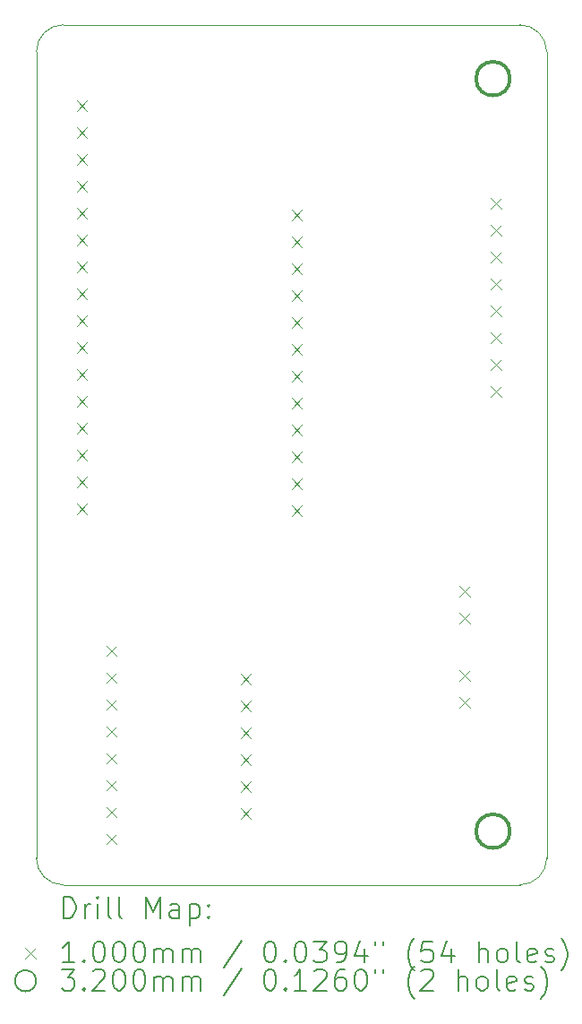
<source format=gbr>
%TF.GenerationSoftware,KiCad,Pcbnew,8.0.3*%
%TF.CreationDate,2024-07-09T13:00:23-04:00*%
%TF.ProjectId,PCB,5043422e-6b69-4636-9164-5f7063625858,rev?*%
%TF.SameCoordinates,Original*%
%TF.FileFunction,Drillmap*%
%TF.FilePolarity,Positive*%
%FSLAX45Y45*%
G04 Gerber Fmt 4.5, Leading zero omitted, Abs format (unit mm)*
G04 Created by KiCad (PCBNEW 8.0.3) date 2024-07-09 13:00:23*
%MOMM*%
%LPD*%
G01*
G04 APERTURE LIST*
%ADD10C,0.050000*%
%ADD11C,0.200000*%
%ADD12C,0.100000*%
%ADD13C,0.320000*%
G04 APERTURE END LIST*
D10*
X2971800Y-3175000D02*
X7289800Y-3175000D01*
X7543800Y-3429000D02*
X7543800Y-11049000D01*
X2717800Y-11049000D02*
X2717800Y-3429000D01*
X2717800Y-3429000D02*
G75*
G02*
X2971800Y-3175000I254000J0D01*
G01*
X2971800Y-11303000D02*
G75*
G02*
X2717800Y-11049000I0J254000D01*
G01*
X7289800Y-11303000D02*
X2971800Y-11303000D01*
X7543800Y-11049000D02*
G75*
G02*
X7289800Y-11303000I-254000J0D01*
G01*
X7289800Y-3175000D02*
G75*
G02*
X7543800Y-3429000I0J-254000D01*
G01*
D11*
D12*
X3099600Y-3887000D02*
X3199600Y-3987000D01*
X3199600Y-3887000D02*
X3099600Y-3987000D01*
X3099600Y-4141000D02*
X3199600Y-4241000D01*
X3199600Y-4141000D02*
X3099600Y-4241000D01*
X3099600Y-4395000D02*
X3199600Y-4495000D01*
X3199600Y-4395000D02*
X3099600Y-4495000D01*
X3099600Y-4649000D02*
X3199600Y-4749000D01*
X3199600Y-4649000D02*
X3099600Y-4749000D01*
X3099600Y-4903000D02*
X3199600Y-5003000D01*
X3199600Y-4903000D02*
X3099600Y-5003000D01*
X3099600Y-5157000D02*
X3199600Y-5257000D01*
X3199600Y-5157000D02*
X3099600Y-5257000D01*
X3099600Y-5411000D02*
X3199600Y-5511000D01*
X3199600Y-5411000D02*
X3099600Y-5511000D01*
X3099600Y-5665000D02*
X3199600Y-5765000D01*
X3199600Y-5665000D02*
X3099600Y-5765000D01*
X3099600Y-5919000D02*
X3199600Y-6019000D01*
X3199600Y-5919000D02*
X3099600Y-6019000D01*
X3099600Y-6173000D02*
X3199600Y-6273000D01*
X3199600Y-6173000D02*
X3099600Y-6273000D01*
X3099600Y-6427000D02*
X3199600Y-6527000D01*
X3199600Y-6427000D02*
X3099600Y-6527000D01*
X3099600Y-6681000D02*
X3199600Y-6781000D01*
X3199600Y-6681000D02*
X3099600Y-6781000D01*
X3099600Y-6935000D02*
X3199600Y-7035000D01*
X3199600Y-6935000D02*
X3099600Y-7035000D01*
X3099600Y-7189000D02*
X3199600Y-7289000D01*
X3199600Y-7189000D02*
X3099600Y-7289000D01*
X3099600Y-7443000D02*
X3199600Y-7543000D01*
X3199600Y-7443000D02*
X3099600Y-7543000D01*
X3099600Y-7697000D02*
X3199600Y-7797000D01*
X3199600Y-7697000D02*
X3099600Y-7797000D01*
X3379000Y-9041700D02*
X3479000Y-9141700D01*
X3479000Y-9041700D02*
X3379000Y-9141700D01*
X3379000Y-9295700D02*
X3479000Y-9395700D01*
X3479000Y-9295700D02*
X3379000Y-9395700D01*
X3379000Y-9549700D02*
X3479000Y-9649700D01*
X3479000Y-9549700D02*
X3379000Y-9649700D01*
X3379000Y-9803700D02*
X3479000Y-9903700D01*
X3479000Y-9803700D02*
X3379000Y-9903700D01*
X3379000Y-10057700D02*
X3479000Y-10157700D01*
X3479000Y-10057700D02*
X3379000Y-10157700D01*
X3379000Y-10311700D02*
X3479000Y-10411700D01*
X3479000Y-10311700D02*
X3379000Y-10411700D01*
X3379000Y-10565700D02*
X3479000Y-10665700D01*
X3479000Y-10565700D02*
X3379000Y-10665700D01*
X3379000Y-10819700D02*
X3479000Y-10919700D01*
X3479000Y-10819700D02*
X3379000Y-10919700D01*
X4649000Y-9305100D02*
X4749000Y-9405100D01*
X4749000Y-9305100D02*
X4649000Y-9405100D01*
X4649000Y-9559100D02*
X4749000Y-9659100D01*
X4749000Y-9559100D02*
X4649000Y-9659100D01*
X4649000Y-9813100D02*
X4749000Y-9913100D01*
X4749000Y-9813100D02*
X4649000Y-9913100D01*
X4649000Y-10067100D02*
X4749000Y-10167100D01*
X4749000Y-10067100D02*
X4649000Y-10167100D01*
X4649000Y-10321100D02*
X4749000Y-10421100D01*
X4749000Y-10321100D02*
X4649000Y-10421100D01*
X4649000Y-10575100D02*
X4749000Y-10675100D01*
X4749000Y-10575100D02*
X4649000Y-10675100D01*
X5131600Y-4922000D02*
X5231600Y-5022000D01*
X5231600Y-4922000D02*
X5131600Y-5022000D01*
X5131600Y-5176000D02*
X5231600Y-5276000D01*
X5231600Y-5176000D02*
X5131600Y-5276000D01*
X5131600Y-5430000D02*
X5231600Y-5530000D01*
X5231600Y-5430000D02*
X5131600Y-5530000D01*
X5131600Y-5684000D02*
X5231600Y-5784000D01*
X5231600Y-5684000D02*
X5131600Y-5784000D01*
X5131600Y-5938000D02*
X5231600Y-6038000D01*
X5231600Y-5938000D02*
X5131600Y-6038000D01*
X5131600Y-6192000D02*
X5231600Y-6292000D01*
X5231600Y-6192000D02*
X5131600Y-6292000D01*
X5131600Y-6446000D02*
X5231600Y-6546000D01*
X5231600Y-6446000D02*
X5131600Y-6546000D01*
X5131600Y-6700000D02*
X5231600Y-6800000D01*
X5231600Y-6700000D02*
X5131600Y-6800000D01*
X5131600Y-6954000D02*
X5231600Y-7054000D01*
X5231600Y-6954000D02*
X5131600Y-7054000D01*
X5131600Y-7208000D02*
X5231600Y-7308000D01*
X5231600Y-7208000D02*
X5131600Y-7308000D01*
X5131600Y-7462000D02*
X5231600Y-7562000D01*
X5231600Y-7462000D02*
X5131600Y-7562000D01*
X5131600Y-7716000D02*
X5231600Y-7816000D01*
X5231600Y-7716000D02*
X5131600Y-7816000D01*
X6717800Y-8475500D02*
X6817800Y-8575500D01*
X6817800Y-8475500D02*
X6717800Y-8575500D01*
X6717800Y-8729500D02*
X6817800Y-8829500D01*
X6817800Y-8729500D02*
X6717800Y-8829500D01*
X6717800Y-9276500D02*
X6817800Y-9376500D01*
X6817800Y-9276500D02*
X6717800Y-9376500D01*
X6717800Y-9530500D02*
X6817800Y-9630500D01*
X6817800Y-9530500D02*
X6717800Y-9630500D01*
X7017800Y-4815500D02*
X7117800Y-4915500D01*
X7117800Y-4815500D02*
X7017800Y-4915500D01*
X7017800Y-5069500D02*
X7117800Y-5169500D01*
X7117800Y-5069500D02*
X7017800Y-5169500D01*
X7017800Y-5323500D02*
X7117800Y-5423500D01*
X7117800Y-5323500D02*
X7017800Y-5423500D01*
X7017800Y-5577500D02*
X7117800Y-5677500D01*
X7117800Y-5577500D02*
X7017800Y-5677500D01*
X7017800Y-5831500D02*
X7117800Y-5931500D01*
X7117800Y-5831500D02*
X7017800Y-5931500D01*
X7017800Y-6085500D02*
X7117800Y-6185500D01*
X7117800Y-6085500D02*
X7017800Y-6185500D01*
X7017800Y-6339500D02*
X7117800Y-6439500D01*
X7117800Y-6339500D02*
X7017800Y-6439500D01*
X7017800Y-6593500D02*
X7117800Y-6693500D01*
X7117800Y-6593500D02*
X7017800Y-6693500D01*
D13*
X7195800Y-3683000D02*
G75*
G02*
X6875800Y-3683000I-160000J0D01*
G01*
X6875800Y-3683000D02*
G75*
G02*
X7195800Y-3683000I160000J0D01*
G01*
X7195800Y-10795000D02*
G75*
G02*
X6875800Y-10795000I-160000J0D01*
G01*
X6875800Y-10795000D02*
G75*
G02*
X7195800Y-10795000I160000J0D01*
G01*
D11*
X2976077Y-11616984D02*
X2976077Y-11416984D01*
X2976077Y-11416984D02*
X3023696Y-11416984D01*
X3023696Y-11416984D02*
X3052267Y-11426508D01*
X3052267Y-11426508D02*
X3071315Y-11445555D01*
X3071315Y-11445555D02*
X3080839Y-11464603D01*
X3080839Y-11464603D02*
X3090362Y-11502698D01*
X3090362Y-11502698D02*
X3090362Y-11531269D01*
X3090362Y-11531269D02*
X3080839Y-11569365D01*
X3080839Y-11569365D02*
X3071315Y-11588412D01*
X3071315Y-11588412D02*
X3052267Y-11607460D01*
X3052267Y-11607460D02*
X3023696Y-11616984D01*
X3023696Y-11616984D02*
X2976077Y-11616984D01*
X3176077Y-11616984D02*
X3176077Y-11483650D01*
X3176077Y-11521746D02*
X3185601Y-11502698D01*
X3185601Y-11502698D02*
X3195124Y-11493174D01*
X3195124Y-11493174D02*
X3214172Y-11483650D01*
X3214172Y-11483650D02*
X3233220Y-11483650D01*
X3299886Y-11616984D02*
X3299886Y-11483650D01*
X3299886Y-11416984D02*
X3290362Y-11426508D01*
X3290362Y-11426508D02*
X3299886Y-11436031D01*
X3299886Y-11436031D02*
X3309410Y-11426508D01*
X3309410Y-11426508D02*
X3299886Y-11416984D01*
X3299886Y-11416984D02*
X3299886Y-11436031D01*
X3423696Y-11616984D02*
X3404648Y-11607460D01*
X3404648Y-11607460D02*
X3395124Y-11588412D01*
X3395124Y-11588412D02*
X3395124Y-11416984D01*
X3528458Y-11616984D02*
X3509410Y-11607460D01*
X3509410Y-11607460D02*
X3499886Y-11588412D01*
X3499886Y-11588412D02*
X3499886Y-11416984D01*
X3757029Y-11616984D02*
X3757029Y-11416984D01*
X3757029Y-11416984D02*
X3823696Y-11559841D01*
X3823696Y-11559841D02*
X3890362Y-11416984D01*
X3890362Y-11416984D02*
X3890362Y-11616984D01*
X4071315Y-11616984D02*
X4071315Y-11512222D01*
X4071315Y-11512222D02*
X4061791Y-11493174D01*
X4061791Y-11493174D02*
X4042743Y-11483650D01*
X4042743Y-11483650D02*
X4004648Y-11483650D01*
X4004648Y-11483650D02*
X3985601Y-11493174D01*
X4071315Y-11607460D02*
X4052267Y-11616984D01*
X4052267Y-11616984D02*
X4004648Y-11616984D01*
X4004648Y-11616984D02*
X3985601Y-11607460D01*
X3985601Y-11607460D02*
X3976077Y-11588412D01*
X3976077Y-11588412D02*
X3976077Y-11569365D01*
X3976077Y-11569365D02*
X3985601Y-11550317D01*
X3985601Y-11550317D02*
X4004648Y-11540793D01*
X4004648Y-11540793D02*
X4052267Y-11540793D01*
X4052267Y-11540793D02*
X4071315Y-11531269D01*
X4166553Y-11483650D02*
X4166553Y-11683650D01*
X4166553Y-11493174D02*
X4185601Y-11483650D01*
X4185601Y-11483650D02*
X4223696Y-11483650D01*
X4223696Y-11483650D02*
X4242744Y-11493174D01*
X4242744Y-11493174D02*
X4252267Y-11502698D01*
X4252267Y-11502698D02*
X4261791Y-11521746D01*
X4261791Y-11521746D02*
X4261791Y-11578888D01*
X4261791Y-11578888D02*
X4252267Y-11597936D01*
X4252267Y-11597936D02*
X4242744Y-11607460D01*
X4242744Y-11607460D02*
X4223696Y-11616984D01*
X4223696Y-11616984D02*
X4185601Y-11616984D01*
X4185601Y-11616984D02*
X4166553Y-11607460D01*
X4347505Y-11597936D02*
X4357029Y-11607460D01*
X4357029Y-11607460D02*
X4347505Y-11616984D01*
X4347505Y-11616984D02*
X4337982Y-11607460D01*
X4337982Y-11607460D02*
X4347505Y-11597936D01*
X4347505Y-11597936D02*
X4347505Y-11616984D01*
X4347505Y-11493174D02*
X4357029Y-11502698D01*
X4357029Y-11502698D02*
X4347505Y-11512222D01*
X4347505Y-11512222D02*
X4337982Y-11502698D01*
X4337982Y-11502698D02*
X4347505Y-11493174D01*
X4347505Y-11493174D02*
X4347505Y-11512222D01*
D12*
X2615300Y-11895500D02*
X2715300Y-11995500D01*
X2715300Y-11895500D02*
X2615300Y-11995500D01*
D11*
X3080839Y-12036984D02*
X2966553Y-12036984D01*
X3023696Y-12036984D02*
X3023696Y-11836984D01*
X3023696Y-11836984D02*
X3004648Y-11865555D01*
X3004648Y-11865555D02*
X2985601Y-11884603D01*
X2985601Y-11884603D02*
X2966553Y-11894127D01*
X3166553Y-12017936D02*
X3176077Y-12027460D01*
X3176077Y-12027460D02*
X3166553Y-12036984D01*
X3166553Y-12036984D02*
X3157029Y-12027460D01*
X3157029Y-12027460D02*
X3166553Y-12017936D01*
X3166553Y-12017936D02*
X3166553Y-12036984D01*
X3299886Y-11836984D02*
X3318934Y-11836984D01*
X3318934Y-11836984D02*
X3337982Y-11846508D01*
X3337982Y-11846508D02*
X3347505Y-11856031D01*
X3347505Y-11856031D02*
X3357029Y-11875079D01*
X3357029Y-11875079D02*
X3366553Y-11913174D01*
X3366553Y-11913174D02*
X3366553Y-11960793D01*
X3366553Y-11960793D02*
X3357029Y-11998888D01*
X3357029Y-11998888D02*
X3347505Y-12017936D01*
X3347505Y-12017936D02*
X3337982Y-12027460D01*
X3337982Y-12027460D02*
X3318934Y-12036984D01*
X3318934Y-12036984D02*
X3299886Y-12036984D01*
X3299886Y-12036984D02*
X3280839Y-12027460D01*
X3280839Y-12027460D02*
X3271315Y-12017936D01*
X3271315Y-12017936D02*
X3261791Y-11998888D01*
X3261791Y-11998888D02*
X3252267Y-11960793D01*
X3252267Y-11960793D02*
X3252267Y-11913174D01*
X3252267Y-11913174D02*
X3261791Y-11875079D01*
X3261791Y-11875079D02*
X3271315Y-11856031D01*
X3271315Y-11856031D02*
X3280839Y-11846508D01*
X3280839Y-11846508D02*
X3299886Y-11836984D01*
X3490362Y-11836984D02*
X3509410Y-11836984D01*
X3509410Y-11836984D02*
X3528458Y-11846508D01*
X3528458Y-11846508D02*
X3537982Y-11856031D01*
X3537982Y-11856031D02*
X3547505Y-11875079D01*
X3547505Y-11875079D02*
X3557029Y-11913174D01*
X3557029Y-11913174D02*
X3557029Y-11960793D01*
X3557029Y-11960793D02*
X3547505Y-11998888D01*
X3547505Y-11998888D02*
X3537982Y-12017936D01*
X3537982Y-12017936D02*
X3528458Y-12027460D01*
X3528458Y-12027460D02*
X3509410Y-12036984D01*
X3509410Y-12036984D02*
X3490362Y-12036984D01*
X3490362Y-12036984D02*
X3471315Y-12027460D01*
X3471315Y-12027460D02*
X3461791Y-12017936D01*
X3461791Y-12017936D02*
X3452267Y-11998888D01*
X3452267Y-11998888D02*
X3442743Y-11960793D01*
X3442743Y-11960793D02*
X3442743Y-11913174D01*
X3442743Y-11913174D02*
X3452267Y-11875079D01*
X3452267Y-11875079D02*
X3461791Y-11856031D01*
X3461791Y-11856031D02*
X3471315Y-11846508D01*
X3471315Y-11846508D02*
X3490362Y-11836984D01*
X3680839Y-11836984D02*
X3699886Y-11836984D01*
X3699886Y-11836984D02*
X3718934Y-11846508D01*
X3718934Y-11846508D02*
X3728458Y-11856031D01*
X3728458Y-11856031D02*
X3737982Y-11875079D01*
X3737982Y-11875079D02*
X3747505Y-11913174D01*
X3747505Y-11913174D02*
X3747505Y-11960793D01*
X3747505Y-11960793D02*
X3737982Y-11998888D01*
X3737982Y-11998888D02*
X3728458Y-12017936D01*
X3728458Y-12017936D02*
X3718934Y-12027460D01*
X3718934Y-12027460D02*
X3699886Y-12036984D01*
X3699886Y-12036984D02*
X3680839Y-12036984D01*
X3680839Y-12036984D02*
X3661791Y-12027460D01*
X3661791Y-12027460D02*
X3652267Y-12017936D01*
X3652267Y-12017936D02*
X3642743Y-11998888D01*
X3642743Y-11998888D02*
X3633220Y-11960793D01*
X3633220Y-11960793D02*
X3633220Y-11913174D01*
X3633220Y-11913174D02*
X3642743Y-11875079D01*
X3642743Y-11875079D02*
X3652267Y-11856031D01*
X3652267Y-11856031D02*
X3661791Y-11846508D01*
X3661791Y-11846508D02*
X3680839Y-11836984D01*
X3833220Y-12036984D02*
X3833220Y-11903650D01*
X3833220Y-11922698D02*
X3842743Y-11913174D01*
X3842743Y-11913174D02*
X3861791Y-11903650D01*
X3861791Y-11903650D02*
X3890363Y-11903650D01*
X3890363Y-11903650D02*
X3909410Y-11913174D01*
X3909410Y-11913174D02*
X3918934Y-11932222D01*
X3918934Y-11932222D02*
X3918934Y-12036984D01*
X3918934Y-11932222D02*
X3928458Y-11913174D01*
X3928458Y-11913174D02*
X3947505Y-11903650D01*
X3947505Y-11903650D02*
X3976077Y-11903650D01*
X3976077Y-11903650D02*
X3995124Y-11913174D01*
X3995124Y-11913174D02*
X4004648Y-11932222D01*
X4004648Y-11932222D02*
X4004648Y-12036984D01*
X4099886Y-12036984D02*
X4099886Y-11903650D01*
X4099886Y-11922698D02*
X4109410Y-11913174D01*
X4109410Y-11913174D02*
X4128458Y-11903650D01*
X4128458Y-11903650D02*
X4157029Y-11903650D01*
X4157029Y-11903650D02*
X4176077Y-11913174D01*
X4176077Y-11913174D02*
X4185601Y-11932222D01*
X4185601Y-11932222D02*
X4185601Y-12036984D01*
X4185601Y-11932222D02*
X4195125Y-11913174D01*
X4195125Y-11913174D02*
X4214172Y-11903650D01*
X4214172Y-11903650D02*
X4242744Y-11903650D01*
X4242744Y-11903650D02*
X4261791Y-11913174D01*
X4261791Y-11913174D02*
X4271315Y-11932222D01*
X4271315Y-11932222D02*
X4271315Y-12036984D01*
X4661791Y-11827460D02*
X4490363Y-12084603D01*
X4918934Y-11836984D02*
X4937982Y-11836984D01*
X4937982Y-11836984D02*
X4957029Y-11846508D01*
X4957029Y-11846508D02*
X4966553Y-11856031D01*
X4966553Y-11856031D02*
X4976077Y-11875079D01*
X4976077Y-11875079D02*
X4985601Y-11913174D01*
X4985601Y-11913174D02*
X4985601Y-11960793D01*
X4985601Y-11960793D02*
X4976077Y-11998888D01*
X4976077Y-11998888D02*
X4966553Y-12017936D01*
X4966553Y-12017936D02*
X4957029Y-12027460D01*
X4957029Y-12027460D02*
X4937982Y-12036984D01*
X4937982Y-12036984D02*
X4918934Y-12036984D01*
X4918934Y-12036984D02*
X4899887Y-12027460D01*
X4899887Y-12027460D02*
X4890363Y-12017936D01*
X4890363Y-12017936D02*
X4880839Y-11998888D01*
X4880839Y-11998888D02*
X4871315Y-11960793D01*
X4871315Y-11960793D02*
X4871315Y-11913174D01*
X4871315Y-11913174D02*
X4880839Y-11875079D01*
X4880839Y-11875079D02*
X4890363Y-11856031D01*
X4890363Y-11856031D02*
X4899887Y-11846508D01*
X4899887Y-11846508D02*
X4918934Y-11836984D01*
X5071315Y-12017936D02*
X5080839Y-12027460D01*
X5080839Y-12027460D02*
X5071315Y-12036984D01*
X5071315Y-12036984D02*
X5061791Y-12027460D01*
X5061791Y-12027460D02*
X5071315Y-12017936D01*
X5071315Y-12017936D02*
X5071315Y-12036984D01*
X5204648Y-11836984D02*
X5223696Y-11836984D01*
X5223696Y-11836984D02*
X5242744Y-11846508D01*
X5242744Y-11846508D02*
X5252268Y-11856031D01*
X5252268Y-11856031D02*
X5261791Y-11875079D01*
X5261791Y-11875079D02*
X5271315Y-11913174D01*
X5271315Y-11913174D02*
X5271315Y-11960793D01*
X5271315Y-11960793D02*
X5261791Y-11998888D01*
X5261791Y-11998888D02*
X5252268Y-12017936D01*
X5252268Y-12017936D02*
X5242744Y-12027460D01*
X5242744Y-12027460D02*
X5223696Y-12036984D01*
X5223696Y-12036984D02*
X5204648Y-12036984D01*
X5204648Y-12036984D02*
X5185601Y-12027460D01*
X5185601Y-12027460D02*
X5176077Y-12017936D01*
X5176077Y-12017936D02*
X5166553Y-11998888D01*
X5166553Y-11998888D02*
X5157029Y-11960793D01*
X5157029Y-11960793D02*
X5157029Y-11913174D01*
X5157029Y-11913174D02*
X5166553Y-11875079D01*
X5166553Y-11875079D02*
X5176077Y-11856031D01*
X5176077Y-11856031D02*
X5185601Y-11846508D01*
X5185601Y-11846508D02*
X5204648Y-11836984D01*
X5337982Y-11836984D02*
X5461791Y-11836984D01*
X5461791Y-11836984D02*
X5395125Y-11913174D01*
X5395125Y-11913174D02*
X5423696Y-11913174D01*
X5423696Y-11913174D02*
X5442744Y-11922698D01*
X5442744Y-11922698D02*
X5452268Y-11932222D01*
X5452268Y-11932222D02*
X5461791Y-11951269D01*
X5461791Y-11951269D02*
X5461791Y-11998888D01*
X5461791Y-11998888D02*
X5452268Y-12017936D01*
X5452268Y-12017936D02*
X5442744Y-12027460D01*
X5442744Y-12027460D02*
X5423696Y-12036984D01*
X5423696Y-12036984D02*
X5366553Y-12036984D01*
X5366553Y-12036984D02*
X5347506Y-12027460D01*
X5347506Y-12027460D02*
X5337982Y-12017936D01*
X5557029Y-12036984D02*
X5595125Y-12036984D01*
X5595125Y-12036984D02*
X5614172Y-12027460D01*
X5614172Y-12027460D02*
X5623696Y-12017936D01*
X5623696Y-12017936D02*
X5642744Y-11989365D01*
X5642744Y-11989365D02*
X5652267Y-11951269D01*
X5652267Y-11951269D02*
X5652267Y-11875079D01*
X5652267Y-11875079D02*
X5642744Y-11856031D01*
X5642744Y-11856031D02*
X5633220Y-11846508D01*
X5633220Y-11846508D02*
X5614172Y-11836984D01*
X5614172Y-11836984D02*
X5576077Y-11836984D01*
X5576077Y-11836984D02*
X5557029Y-11846508D01*
X5557029Y-11846508D02*
X5547506Y-11856031D01*
X5547506Y-11856031D02*
X5537982Y-11875079D01*
X5537982Y-11875079D02*
X5537982Y-11922698D01*
X5537982Y-11922698D02*
X5547506Y-11941746D01*
X5547506Y-11941746D02*
X5557029Y-11951269D01*
X5557029Y-11951269D02*
X5576077Y-11960793D01*
X5576077Y-11960793D02*
X5614172Y-11960793D01*
X5614172Y-11960793D02*
X5633220Y-11951269D01*
X5633220Y-11951269D02*
X5642744Y-11941746D01*
X5642744Y-11941746D02*
X5652267Y-11922698D01*
X5823696Y-11903650D02*
X5823696Y-12036984D01*
X5776077Y-11827460D02*
X5728458Y-11970317D01*
X5728458Y-11970317D02*
X5852267Y-11970317D01*
X5918934Y-11836984D02*
X5918934Y-11875079D01*
X5995125Y-11836984D02*
X5995125Y-11875079D01*
X6290363Y-12113174D02*
X6280839Y-12103650D01*
X6280839Y-12103650D02*
X6261791Y-12075079D01*
X6261791Y-12075079D02*
X6252268Y-12056031D01*
X6252268Y-12056031D02*
X6242744Y-12027460D01*
X6242744Y-12027460D02*
X6233220Y-11979841D01*
X6233220Y-11979841D02*
X6233220Y-11941746D01*
X6233220Y-11941746D02*
X6242744Y-11894127D01*
X6242744Y-11894127D02*
X6252268Y-11865555D01*
X6252268Y-11865555D02*
X6261791Y-11846508D01*
X6261791Y-11846508D02*
X6280839Y-11817936D01*
X6280839Y-11817936D02*
X6290363Y-11808412D01*
X6461791Y-11836984D02*
X6366553Y-11836984D01*
X6366553Y-11836984D02*
X6357029Y-11932222D01*
X6357029Y-11932222D02*
X6366553Y-11922698D01*
X6366553Y-11922698D02*
X6385601Y-11913174D01*
X6385601Y-11913174D02*
X6433220Y-11913174D01*
X6433220Y-11913174D02*
X6452268Y-11922698D01*
X6452268Y-11922698D02*
X6461791Y-11932222D01*
X6461791Y-11932222D02*
X6471315Y-11951269D01*
X6471315Y-11951269D02*
X6471315Y-11998888D01*
X6471315Y-11998888D02*
X6461791Y-12017936D01*
X6461791Y-12017936D02*
X6452268Y-12027460D01*
X6452268Y-12027460D02*
X6433220Y-12036984D01*
X6433220Y-12036984D02*
X6385601Y-12036984D01*
X6385601Y-12036984D02*
X6366553Y-12027460D01*
X6366553Y-12027460D02*
X6357029Y-12017936D01*
X6642744Y-11903650D02*
X6642744Y-12036984D01*
X6595125Y-11827460D02*
X6547506Y-11970317D01*
X6547506Y-11970317D02*
X6671315Y-11970317D01*
X6899887Y-12036984D02*
X6899887Y-11836984D01*
X6985601Y-12036984D02*
X6985601Y-11932222D01*
X6985601Y-11932222D02*
X6976077Y-11913174D01*
X6976077Y-11913174D02*
X6957030Y-11903650D01*
X6957030Y-11903650D02*
X6928458Y-11903650D01*
X6928458Y-11903650D02*
X6909410Y-11913174D01*
X6909410Y-11913174D02*
X6899887Y-11922698D01*
X7109410Y-12036984D02*
X7090363Y-12027460D01*
X7090363Y-12027460D02*
X7080839Y-12017936D01*
X7080839Y-12017936D02*
X7071315Y-11998888D01*
X7071315Y-11998888D02*
X7071315Y-11941746D01*
X7071315Y-11941746D02*
X7080839Y-11922698D01*
X7080839Y-11922698D02*
X7090363Y-11913174D01*
X7090363Y-11913174D02*
X7109410Y-11903650D01*
X7109410Y-11903650D02*
X7137982Y-11903650D01*
X7137982Y-11903650D02*
X7157030Y-11913174D01*
X7157030Y-11913174D02*
X7166553Y-11922698D01*
X7166553Y-11922698D02*
X7176077Y-11941746D01*
X7176077Y-11941746D02*
X7176077Y-11998888D01*
X7176077Y-11998888D02*
X7166553Y-12017936D01*
X7166553Y-12017936D02*
X7157030Y-12027460D01*
X7157030Y-12027460D02*
X7137982Y-12036984D01*
X7137982Y-12036984D02*
X7109410Y-12036984D01*
X7290363Y-12036984D02*
X7271315Y-12027460D01*
X7271315Y-12027460D02*
X7261791Y-12008412D01*
X7261791Y-12008412D02*
X7261791Y-11836984D01*
X7442744Y-12027460D02*
X7423696Y-12036984D01*
X7423696Y-12036984D02*
X7385601Y-12036984D01*
X7385601Y-12036984D02*
X7366553Y-12027460D01*
X7366553Y-12027460D02*
X7357030Y-12008412D01*
X7357030Y-12008412D02*
X7357030Y-11932222D01*
X7357030Y-11932222D02*
X7366553Y-11913174D01*
X7366553Y-11913174D02*
X7385601Y-11903650D01*
X7385601Y-11903650D02*
X7423696Y-11903650D01*
X7423696Y-11903650D02*
X7442744Y-11913174D01*
X7442744Y-11913174D02*
X7452268Y-11932222D01*
X7452268Y-11932222D02*
X7452268Y-11951269D01*
X7452268Y-11951269D02*
X7357030Y-11970317D01*
X7528458Y-12027460D02*
X7547506Y-12036984D01*
X7547506Y-12036984D02*
X7585601Y-12036984D01*
X7585601Y-12036984D02*
X7604649Y-12027460D01*
X7604649Y-12027460D02*
X7614172Y-12008412D01*
X7614172Y-12008412D02*
X7614172Y-11998888D01*
X7614172Y-11998888D02*
X7604649Y-11979841D01*
X7604649Y-11979841D02*
X7585601Y-11970317D01*
X7585601Y-11970317D02*
X7557030Y-11970317D01*
X7557030Y-11970317D02*
X7537982Y-11960793D01*
X7537982Y-11960793D02*
X7528458Y-11941746D01*
X7528458Y-11941746D02*
X7528458Y-11932222D01*
X7528458Y-11932222D02*
X7537982Y-11913174D01*
X7537982Y-11913174D02*
X7557030Y-11903650D01*
X7557030Y-11903650D02*
X7585601Y-11903650D01*
X7585601Y-11903650D02*
X7604649Y-11913174D01*
X7680839Y-12113174D02*
X7690363Y-12103650D01*
X7690363Y-12103650D02*
X7709411Y-12075079D01*
X7709411Y-12075079D02*
X7718934Y-12056031D01*
X7718934Y-12056031D02*
X7728458Y-12027460D01*
X7728458Y-12027460D02*
X7737982Y-11979841D01*
X7737982Y-11979841D02*
X7737982Y-11941746D01*
X7737982Y-11941746D02*
X7728458Y-11894127D01*
X7728458Y-11894127D02*
X7718934Y-11865555D01*
X7718934Y-11865555D02*
X7709411Y-11846508D01*
X7709411Y-11846508D02*
X7690363Y-11817936D01*
X7690363Y-11817936D02*
X7680839Y-11808412D01*
X2715300Y-12209500D02*
G75*
G02*
X2515300Y-12209500I-100000J0D01*
G01*
X2515300Y-12209500D02*
G75*
G02*
X2715300Y-12209500I100000J0D01*
G01*
X2957029Y-12100984D02*
X3080839Y-12100984D01*
X3080839Y-12100984D02*
X3014172Y-12177174D01*
X3014172Y-12177174D02*
X3042743Y-12177174D01*
X3042743Y-12177174D02*
X3061791Y-12186698D01*
X3061791Y-12186698D02*
X3071315Y-12196222D01*
X3071315Y-12196222D02*
X3080839Y-12215269D01*
X3080839Y-12215269D02*
X3080839Y-12262888D01*
X3080839Y-12262888D02*
X3071315Y-12281936D01*
X3071315Y-12281936D02*
X3061791Y-12291460D01*
X3061791Y-12291460D02*
X3042743Y-12300984D01*
X3042743Y-12300984D02*
X2985601Y-12300984D01*
X2985601Y-12300984D02*
X2966553Y-12291460D01*
X2966553Y-12291460D02*
X2957029Y-12281936D01*
X3166553Y-12281936D02*
X3176077Y-12291460D01*
X3176077Y-12291460D02*
X3166553Y-12300984D01*
X3166553Y-12300984D02*
X3157029Y-12291460D01*
X3157029Y-12291460D02*
X3166553Y-12281936D01*
X3166553Y-12281936D02*
X3166553Y-12300984D01*
X3252267Y-12120031D02*
X3261791Y-12110508D01*
X3261791Y-12110508D02*
X3280839Y-12100984D01*
X3280839Y-12100984D02*
X3328458Y-12100984D01*
X3328458Y-12100984D02*
X3347505Y-12110508D01*
X3347505Y-12110508D02*
X3357029Y-12120031D01*
X3357029Y-12120031D02*
X3366553Y-12139079D01*
X3366553Y-12139079D02*
X3366553Y-12158127D01*
X3366553Y-12158127D02*
X3357029Y-12186698D01*
X3357029Y-12186698D02*
X3242743Y-12300984D01*
X3242743Y-12300984D02*
X3366553Y-12300984D01*
X3490362Y-12100984D02*
X3509410Y-12100984D01*
X3509410Y-12100984D02*
X3528458Y-12110508D01*
X3528458Y-12110508D02*
X3537982Y-12120031D01*
X3537982Y-12120031D02*
X3547505Y-12139079D01*
X3547505Y-12139079D02*
X3557029Y-12177174D01*
X3557029Y-12177174D02*
X3557029Y-12224793D01*
X3557029Y-12224793D02*
X3547505Y-12262888D01*
X3547505Y-12262888D02*
X3537982Y-12281936D01*
X3537982Y-12281936D02*
X3528458Y-12291460D01*
X3528458Y-12291460D02*
X3509410Y-12300984D01*
X3509410Y-12300984D02*
X3490362Y-12300984D01*
X3490362Y-12300984D02*
X3471315Y-12291460D01*
X3471315Y-12291460D02*
X3461791Y-12281936D01*
X3461791Y-12281936D02*
X3452267Y-12262888D01*
X3452267Y-12262888D02*
X3442743Y-12224793D01*
X3442743Y-12224793D02*
X3442743Y-12177174D01*
X3442743Y-12177174D02*
X3452267Y-12139079D01*
X3452267Y-12139079D02*
X3461791Y-12120031D01*
X3461791Y-12120031D02*
X3471315Y-12110508D01*
X3471315Y-12110508D02*
X3490362Y-12100984D01*
X3680839Y-12100984D02*
X3699886Y-12100984D01*
X3699886Y-12100984D02*
X3718934Y-12110508D01*
X3718934Y-12110508D02*
X3728458Y-12120031D01*
X3728458Y-12120031D02*
X3737982Y-12139079D01*
X3737982Y-12139079D02*
X3747505Y-12177174D01*
X3747505Y-12177174D02*
X3747505Y-12224793D01*
X3747505Y-12224793D02*
X3737982Y-12262888D01*
X3737982Y-12262888D02*
X3728458Y-12281936D01*
X3728458Y-12281936D02*
X3718934Y-12291460D01*
X3718934Y-12291460D02*
X3699886Y-12300984D01*
X3699886Y-12300984D02*
X3680839Y-12300984D01*
X3680839Y-12300984D02*
X3661791Y-12291460D01*
X3661791Y-12291460D02*
X3652267Y-12281936D01*
X3652267Y-12281936D02*
X3642743Y-12262888D01*
X3642743Y-12262888D02*
X3633220Y-12224793D01*
X3633220Y-12224793D02*
X3633220Y-12177174D01*
X3633220Y-12177174D02*
X3642743Y-12139079D01*
X3642743Y-12139079D02*
X3652267Y-12120031D01*
X3652267Y-12120031D02*
X3661791Y-12110508D01*
X3661791Y-12110508D02*
X3680839Y-12100984D01*
X3833220Y-12300984D02*
X3833220Y-12167650D01*
X3833220Y-12186698D02*
X3842743Y-12177174D01*
X3842743Y-12177174D02*
X3861791Y-12167650D01*
X3861791Y-12167650D02*
X3890363Y-12167650D01*
X3890363Y-12167650D02*
X3909410Y-12177174D01*
X3909410Y-12177174D02*
X3918934Y-12196222D01*
X3918934Y-12196222D02*
X3918934Y-12300984D01*
X3918934Y-12196222D02*
X3928458Y-12177174D01*
X3928458Y-12177174D02*
X3947505Y-12167650D01*
X3947505Y-12167650D02*
X3976077Y-12167650D01*
X3976077Y-12167650D02*
X3995124Y-12177174D01*
X3995124Y-12177174D02*
X4004648Y-12196222D01*
X4004648Y-12196222D02*
X4004648Y-12300984D01*
X4099886Y-12300984D02*
X4099886Y-12167650D01*
X4099886Y-12186698D02*
X4109410Y-12177174D01*
X4109410Y-12177174D02*
X4128458Y-12167650D01*
X4128458Y-12167650D02*
X4157029Y-12167650D01*
X4157029Y-12167650D02*
X4176077Y-12177174D01*
X4176077Y-12177174D02*
X4185601Y-12196222D01*
X4185601Y-12196222D02*
X4185601Y-12300984D01*
X4185601Y-12196222D02*
X4195125Y-12177174D01*
X4195125Y-12177174D02*
X4214172Y-12167650D01*
X4214172Y-12167650D02*
X4242744Y-12167650D01*
X4242744Y-12167650D02*
X4261791Y-12177174D01*
X4261791Y-12177174D02*
X4271315Y-12196222D01*
X4271315Y-12196222D02*
X4271315Y-12300984D01*
X4661791Y-12091460D02*
X4490363Y-12348603D01*
X4918934Y-12100984D02*
X4937982Y-12100984D01*
X4937982Y-12100984D02*
X4957029Y-12110508D01*
X4957029Y-12110508D02*
X4966553Y-12120031D01*
X4966553Y-12120031D02*
X4976077Y-12139079D01*
X4976077Y-12139079D02*
X4985601Y-12177174D01*
X4985601Y-12177174D02*
X4985601Y-12224793D01*
X4985601Y-12224793D02*
X4976077Y-12262888D01*
X4976077Y-12262888D02*
X4966553Y-12281936D01*
X4966553Y-12281936D02*
X4957029Y-12291460D01*
X4957029Y-12291460D02*
X4937982Y-12300984D01*
X4937982Y-12300984D02*
X4918934Y-12300984D01*
X4918934Y-12300984D02*
X4899887Y-12291460D01*
X4899887Y-12291460D02*
X4890363Y-12281936D01*
X4890363Y-12281936D02*
X4880839Y-12262888D01*
X4880839Y-12262888D02*
X4871315Y-12224793D01*
X4871315Y-12224793D02*
X4871315Y-12177174D01*
X4871315Y-12177174D02*
X4880839Y-12139079D01*
X4880839Y-12139079D02*
X4890363Y-12120031D01*
X4890363Y-12120031D02*
X4899887Y-12110508D01*
X4899887Y-12110508D02*
X4918934Y-12100984D01*
X5071315Y-12281936D02*
X5080839Y-12291460D01*
X5080839Y-12291460D02*
X5071315Y-12300984D01*
X5071315Y-12300984D02*
X5061791Y-12291460D01*
X5061791Y-12291460D02*
X5071315Y-12281936D01*
X5071315Y-12281936D02*
X5071315Y-12300984D01*
X5271315Y-12300984D02*
X5157029Y-12300984D01*
X5214172Y-12300984D02*
X5214172Y-12100984D01*
X5214172Y-12100984D02*
X5195125Y-12129555D01*
X5195125Y-12129555D02*
X5176077Y-12148603D01*
X5176077Y-12148603D02*
X5157029Y-12158127D01*
X5347506Y-12120031D02*
X5357029Y-12110508D01*
X5357029Y-12110508D02*
X5376077Y-12100984D01*
X5376077Y-12100984D02*
X5423696Y-12100984D01*
X5423696Y-12100984D02*
X5442744Y-12110508D01*
X5442744Y-12110508D02*
X5452268Y-12120031D01*
X5452268Y-12120031D02*
X5461791Y-12139079D01*
X5461791Y-12139079D02*
X5461791Y-12158127D01*
X5461791Y-12158127D02*
X5452268Y-12186698D01*
X5452268Y-12186698D02*
X5337982Y-12300984D01*
X5337982Y-12300984D02*
X5461791Y-12300984D01*
X5633220Y-12100984D02*
X5595125Y-12100984D01*
X5595125Y-12100984D02*
X5576077Y-12110508D01*
X5576077Y-12110508D02*
X5566553Y-12120031D01*
X5566553Y-12120031D02*
X5547506Y-12148603D01*
X5547506Y-12148603D02*
X5537982Y-12186698D01*
X5537982Y-12186698D02*
X5537982Y-12262888D01*
X5537982Y-12262888D02*
X5547506Y-12281936D01*
X5547506Y-12281936D02*
X5557029Y-12291460D01*
X5557029Y-12291460D02*
X5576077Y-12300984D01*
X5576077Y-12300984D02*
X5614172Y-12300984D01*
X5614172Y-12300984D02*
X5633220Y-12291460D01*
X5633220Y-12291460D02*
X5642744Y-12281936D01*
X5642744Y-12281936D02*
X5652267Y-12262888D01*
X5652267Y-12262888D02*
X5652267Y-12215269D01*
X5652267Y-12215269D02*
X5642744Y-12196222D01*
X5642744Y-12196222D02*
X5633220Y-12186698D01*
X5633220Y-12186698D02*
X5614172Y-12177174D01*
X5614172Y-12177174D02*
X5576077Y-12177174D01*
X5576077Y-12177174D02*
X5557029Y-12186698D01*
X5557029Y-12186698D02*
X5547506Y-12196222D01*
X5547506Y-12196222D02*
X5537982Y-12215269D01*
X5776077Y-12100984D02*
X5795125Y-12100984D01*
X5795125Y-12100984D02*
X5814172Y-12110508D01*
X5814172Y-12110508D02*
X5823696Y-12120031D01*
X5823696Y-12120031D02*
X5833220Y-12139079D01*
X5833220Y-12139079D02*
X5842744Y-12177174D01*
X5842744Y-12177174D02*
X5842744Y-12224793D01*
X5842744Y-12224793D02*
X5833220Y-12262888D01*
X5833220Y-12262888D02*
X5823696Y-12281936D01*
X5823696Y-12281936D02*
X5814172Y-12291460D01*
X5814172Y-12291460D02*
X5795125Y-12300984D01*
X5795125Y-12300984D02*
X5776077Y-12300984D01*
X5776077Y-12300984D02*
X5757029Y-12291460D01*
X5757029Y-12291460D02*
X5747506Y-12281936D01*
X5747506Y-12281936D02*
X5737982Y-12262888D01*
X5737982Y-12262888D02*
X5728458Y-12224793D01*
X5728458Y-12224793D02*
X5728458Y-12177174D01*
X5728458Y-12177174D02*
X5737982Y-12139079D01*
X5737982Y-12139079D02*
X5747506Y-12120031D01*
X5747506Y-12120031D02*
X5757029Y-12110508D01*
X5757029Y-12110508D02*
X5776077Y-12100984D01*
X5918934Y-12100984D02*
X5918934Y-12139079D01*
X5995125Y-12100984D02*
X5995125Y-12139079D01*
X6290363Y-12377174D02*
X6280839Y-12367650D01*
X6280839Y-12367650D02*
X6261791Y-12339079D01*
X6261791Y-12339079D02*
X6252268Y-12320031D01*
X6252268Y-12320031D02*
X6242744Y-12291460D01*
X6242744Y-12291460D02*
X6233220Y-12243841D01*
X6233220Y-12243841D02*
X6233220Y-12205746D01*
X6233220Y-12205746D02*
X6242744Y-12158127D01*
X6242744Y-12158127D02*
X6252268Y-12129555D01*
X6252268Y-12129555D02*
X6261791Y-12110508D01*
X6261791Y-12110508D02*
X6280839Y-12081936D01*
X6280839Y-12081936D02*
X6290363Y-12072412D01*
X6357029Y-12120031D02*
X6366553Y-12110508D01*
X6366553Y-12110508D02*
X6385601Y-12100984D01*
X6385601Y-12100984D02*
X6433220Y-12100984D01*
X6433220Y-12100984D02*
X6452268Y-12110508D01*
X6452268Y-12110508D02*
X6461791Y-12120031D01*
X6461791Y-12120031D02*
X6471315Y-12139079D01*
X6471315Y-12139079D02*
X6471315Y-12158127D01*
X6471315Y-12158127D02*
X6461791Y-12186698D01*
X6461791Y-12186698D02*
X6347506Y-12300984D01*
X6347506Y-12300984D02*
X6471315Y-12300984D01*
X6709410Y-12300984D02*
X6709410Y-12100984D01*
X6795125Y-12300984D02*
X6795125Y-12196222D01*
X6795125Y-12196222D02*
X6785601Y-12177174D01*
X6785601Y-12177174D02*
X6766553Y-12167650D01*
X6766553Y-12167650D02*
X6737982Y-12167650D01*
X6737982Y-12167650D02*
X6718934Y-12177174D01*
X6718934Y-12177174D02*
X6709410Y-12186698D01*
X6918934Y-12300984D02*
X6899887Y-12291460D01*
X6899887Y-12291460D02*
X6890363Y-12281936D01*
X6890363Y-12281936D02*
X6880839Y-12262888D01*
X6880839Y-12262888D02*
X6880839Y-12205746D01*
X6880839Y-12205746D02*
X6890363Y-12186698D01*
X6890363Y-12186698D02*
X6899887Y-12177174D01*
X6899887Y-12177174D02*
X6918934Y-12167650D01*
X6918934Y-12167650D02*
X6947506Y-12167650D01*
X6947506Y-12167650D02*
X6966553Y-12177174D01*
X6966553Y-12177174D02*
X6976077Y-12186698D01*
X6976077Y-12186698D02*
X6985601Y-12205746D01*
X6985601Y-12205746D02*
X6985601Y-12262888D01*
X6985601Y-12262888D02*
X6976077Y-12281936D01*
X6976077Y-12281936D02*
X6966553Y-12291460D01*
X6966553Y-12291460D02*
X6947506Y-12300984D01*
X6947506Y-12300984D02*
X6918934Y-12300984D01*
X7099887Y-12300984D02*
X7080839Y-12291460D01*
X7080839Y-12291460D02*
X7071315Y-12272412D01*
X7071315Y-12272412D02*
X7071315Y-12100984D01*
X7252268Y-12291460D02*
X7233220Y-12300984D01*
X7233220Y-12300984D02*
X7195125Y-12300984D01*
X7195125Y-12300984D02*
X7176077Y-12291460D01*
X7176077Y-12291460D02*
X7166553Y-12272412D01*
X7166553Y-12272412D02*
X7166553Y-12196222D01*
X7166553Y-12196222D02*
X7176077Y-12177174D01*
X7176077Y-12177174D02*
X7195125Y-12167650D01*
X7195125Y-12167650D02*
X7233220Y-12167650D01*
X7233220Y-12167650D02*
X7252268Y-12177174D01*
X7252268Y-12177174D02*
X7261791Y-12196222D01*
X7261791Y-12196222D02*
X7261791Y-12215269D01*
X7261791Y-12215269D02*
X7166553Y-12234317D01*
X7337982Y-12291460D02*
X7357030Y-12300984D01*
X7357030Y-12300984D02*
X7395125Y-12300984D01*
X7395125Y-12300984D02*
X7414172Y-12291460D01*
X7414172Y-12291460D02*
X7423696Y-12272412D01*
X7423696Y-12272412D02*
X7423696Y-12262888D01*
X7423696Y-12262888D02*
X7414172Y-12243841D01*
X7414172Y-12243841D02*
X7395125Y-12234317D01*
X7395125Y-12234317D02*
X7366553Y-12234317D01*
X7366553Y-12234317D02*
X7347506Y-12224793D01*
X7347506Y-12224793D02*
X7337982Y-12205746D01*
X7337982Y-12205746D02*
X7337982Y-12196222D01*
X7337982Y-12196222D02*
X7347506Y-12177174D01*
X7347506Y-12177174D02*
X7366553Y-12167650D01*
X7366553Y-12167650D02*
X7395125Y-12167650D01*
X7395125Y-12167650D02*
X7414172Y-12177174D01*
X7490363Y-12377174D02*
X7499887Y-12367650D01*
X7499887Y-12367650D02*
X7518934Y-12339079D01*
X7518934Y-12339079D02*
X7528458Y-12320031D01*
X7528458Y-12320031D02*
X7537982Y-12291460D01*
X7537982Y-12291460D02*
X7547506Y-12243841D01*
X7547506Y-12243841D02*
X7547506Y-12205746D01*
X7547506Y-12205746D02*
X7537982Y-12158127D01*
X7537982Y-12158127D02*
X7528458Y-12129555D01*
X7528458Y-12129555D02*
X7518934Y-12110508D01*
X7518934Y-12110508D02*
X7499887Y-12081936D01*
X7499887Y-12081936D02*
X7490363Y-12072412D01*
M02*

</source>
